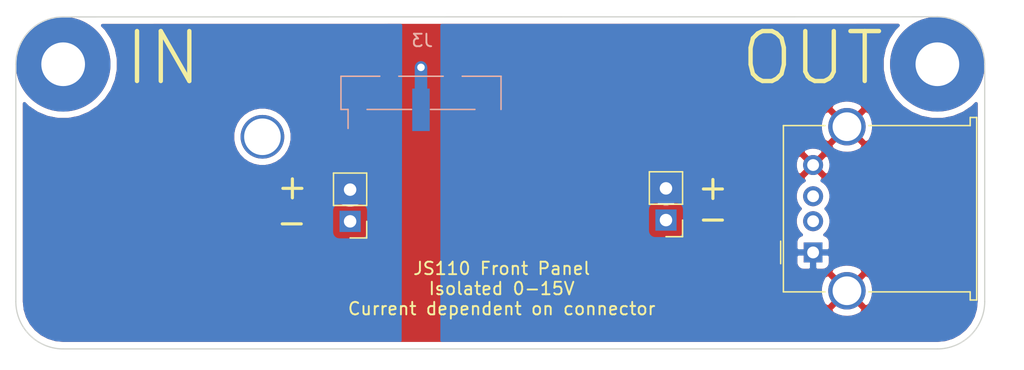
<source format=kicad_pcb>
(kicad_pcb (version 20171130) (host pcbnew "(5.1.7)-1")

  (general
    (thickness 1.6)
    (drawings 8)
    (tracks 2)
    (zones 0)
    (modules 4)
    (nets 4)
  )

  (page A4)
  (layers
    (0 F.Cu signal)
    (31 B.Cu signal)
    (32 B.Adhes user)
    (33 F.Adhes user)
    (34 B.Paste user)
    (35 F.Paste user)
    (36 B.SilkS user)
    (37 F.SilkS user)
    (38 B.Mask user)
    (39 F.Mask user)
    (40 Dwgs.User user)
    (41 Cmts.User user)
    (42 Eco1.User user)
    (43 Eco2.User user hide)
    (44 Edge.Cuts user)
    (45 Margin user)
    (46 B.CrtYd user)
    (47 F.CrtYd user)
    (48 B.Fab user)
    (49 F.Fab user)
  )

  (setup
    (last_trace_width 0.25)
    (trace_clearance 0.2)
    (zone_clearance 0.508)
    (zone_45_only no)
    (trace_min 0.2)
    (via_size 0.8)
    (via_drill 0.4)
    (via_min_size 0.4)
    (via_min_drill 0.3)
    (uvia_size 0.3)
    (uvia_drill 0.1)
    (uvias_allowed no)
    (uvia_min_size 0.2)
    (uvia_min_drill 0.1)
    (edge_width 0.05)
    (segment_width 0.2)
    (pcb_text_width 0.3)
    (pcb_text_size 1.5 1.5)
    (mod_edge_width 0.12)
    (mod_text_size 1 1)
    (mod_text_width 0.15)
    (pad_size 3 3)
    (pad_drill 1.52)
    (pad_to_mask_clearance 0.051)
    (solder_mask_min_width 0.25)
    (aux_axis_origin 0 0)
    (visible_elements 7FFFFFFF)
    (pcbplotparams
      (layerselection 0x350fc_ffffffff)
      (usegerberextensions false)
      (usegerberattributes false)
      (usegerberadvancedattributes false)
      (creategerberjobfile false)
      (excludeedgelayer true)
      (linewidth 0.100000)
      (plotframeref false)
      (viasonmask false)
      (mode 1)
      (useauxorigin false)
      (hpglpennumber 1)
      (hpglpenspeed 20)
      (hpglpendiameter 15.000000)
      (psnegative false)
      (psa4output false)
      (plotreference true)
      (plotvalue true)
      (plotinvisibletext false)
      (padsonsilk false)
      (subtractmaskfromsilk false)
      (outputformat 1)
      (mirror false)
      (drillshape 0)
      (scaleselection 1)
      (outputdirectory "Gerbers/"))
  )

  (net 0 "")
  (net 1 EXT_OUT)
  (net 2 EXT_NEG)
  (net 3 EXT_IN)

  (net_class Default "This is the default net class."
    (clearance 0.2)
    (trace_width 0.25)
    (via_dia 0.8)
    (via_drill 0.4)
    (uvia_dia 0.3)
    (uvia_drill 0.1)
    (add_net EXT_IN)
    (add_net EXT_NEG)
    (add_net EXT_OUT)
  )

  (module JouleScopeFrontpanel_Terminal_USB:fp_baseline_FOOTPRINT_2_Mnt_Hole (layer F.Cu) (tedit 5FE3A75D) (tstamp 5FE40DFE)
    (at 150 100)
    (descr "surface-mounted straight pin header, 1x05, 2.54mm pitch, single row, style 2 (pin 1 right)")
    (tags "Surface mounted pin header SMD 1x05 2.54mm single row style2 pin1 right")
    (path /5D42E823)
    (attr smd)
    (fp_text reference J3 (at -6.25 -11.41) (layer B.SilkS)
      (effects (font (size 1 1) (thickness 0.15)) (justify mirror))
    )
    (fp_text value JS110_Joulescope (at 2.527 -0.559) (layer F.Fab)
      (effects (font (size 1 1) (thickness 0.15)))
    )
    (fp_arc (start -35.01 9.51) (end -37.3 9.51) (angle -90.2) (layer B.CrtYd) (width 0.12))
    (fp_arc (start 35 9.51) (end 35 11.8) (angle -90) (layer B.CrtYd) (width 0.12))
    (fp_arc (start 35.01 -9.51) (end 37.3 -9.51) (angle -90) (layer B.CrtYd) (width 0.12))
    (fp_arc (start -35.01 -9.51) (end -35.01 -11.8) (angle -90) (layer B.CrtYd) (width 0.12))
    (fp_arc (start 35.01 9.5) (end 35.01 13.29) (angle -90) (layer B.CrtYd) (width 0.1))
    (fp_arc (start -35.01 9.5) (end -38.8 9.5) (angle -90) (layer B.CrtYd) (width 0.1))
    (fp_arc (start 35.01 -9.52) (end 38.8 -9.52) (angle -90) (layer B.CrtYd) (width 0.1))
    (fp_arc (start -35.01 -9.51) (end -35.01 -13.3) (angle -90) (layer B.CrtYd) (width 0.1))
    (fp_arc (start 35.01 9.5) (end 35.01 13.29) (angle -90) (layer Edge.Cuts) (width 0.1))
    (fp_arc (start -35.01 9.5) (end -38.8 9.5) (angle -90) (layer Edge.Cuts) (width 0.1))
    (fp_arc (start 35.01 -9.52) (end 38.8 -9.52) (angle -90) (layer Edge.Cuts) (width 0.1))
    (fp_arc (start -35.01 -9.51) (end -35.01 -13.3) (angle -90) (layer Edge.Cuts) (width 0.1))
    (fp_text user %R (at -6.35 -7.31 -180) (layer B.Fab)
      (effects (font (size 1 1) (thickness 0.15)) (justify mirror))
    )
    (fp_line (start -37.3 -6) (end -13.205 -6) (layer B.CrtYd) (width 0.12))
    (fp_line (start -37.3 -4) (end -13.2 -4.01) (layer B.CrtYd) (width 0.12))
    (fp_line (start -13.2 -3.86) (end -13.2 -4.01) (layer B.CrtYd) (width 0.12))
    (fp_line (start 0.5 -4.01) (end 0.5 -3.86) (layer B.CrtYd) (width 0.12))
    (fp_line (start -35.002006 11.799986) (end 35 11.8) (layer B.CrtYd) (width 0.12))
    (fp_line (start -37.3 -9.51) (end -37.3 -6) (layer B.CrtYd) (width 0.12))
    (fp_line (start 35.01 -11.8) (end -35.01 -11.8) (layer B.CrtYd) (width 0.12))
    (fp_line (start 37.3 -6) (end 37.3 -9.51) (layer B.CrtYd) (width 0.12))
    (fp_line (start 37.29 9.51) (end 37.3 -4) (layer B.CrtYd) (width 0.12))
    (fp_line (start -37.3 -4) (end -37.3 9.51) (layer B.CrtYd) (width 0.12))
    (fp_line (start 0.5 -6) (end 37.3 -6) (layer B.CrtYd) (width 0.12))
    (fp_line (start 0.5 -4.01) (end 37.3 -4) (layer B.CrtYd) (width 0.12))
    (fp_line (start 38.8 9.5) (end 38.8 -9.52) (layer B.CrtYd) (width 0.1))
    (fp_line (start -35.01 13.29) (end 35.01 13.29) (layer B.CrtYd) (width 0.1))
    (fp_line (start -35.01 -13.3) (end 35.01 -13.31) (layer B.CrtYd) (width 0.1))
    (fp_line (start -38.8 -9.51) (end -38.8 9.5) (layer B.CrtYd) (width 0.1))
    (fp_line (start 38.8 9.5) (end 38.8 -9.52) (layer Edge.Cuts) (width 0.1))
    (fp_line (start -35.01 13.29) (end 35.01 13.29) (layer Edge.Cuts) (width 0.1))
    (fp_line (start -35.01 -13.3) (end 35.01 -13.31) (layer Edge.Cuts) (width 0.1))
    (fp_line (start -38.8 -9.51) (end -38.8 9.5) (layer Edge.Cuts) (width 0.1))
    (fp_line (start -13.205 -6) (end -13.2 -10.76) (layer B.CrtYd) (width 0.12))
    (fp_line (start 0.5 -3.86) (end -13.2 -3.86) (layer B.CrtYd) (width 0.12))
    (fp_line (start 0.5 -10.76) (end 0.5 -6) (layer B.CrtYd) (width 0.12))
    (fp_line (start -13.2 -10.76) (end 0.5 -10.76) (layer B.CrtYd) (width 0.12))
    (fp_line (start -3.05 -8.55) (end 0.06 -8.55) (layer B.SilkS) (width 0.12))
    (fp_line (start -8.13 -8.55) (end -4.57 -8.55) (layer B.SilkS) (width 0.12))
    (fp_line (start -0.51 -8.55) (end 0.06 -8.55) (layer B.SilkS) (width 0.12))
    (fp_line (start -12.76 -5.89) (end -12.19 -5.89) (layer B.SilkS) (width 0.12))
    (fp_line (start -12.19 -5.89) (end -12.19 -4.37) (layer B.SilkS) (width 0.12))
    (fp_line (start -12.76 -8.55) (end -9.65 -8.55) (layer B.SilkS) (width 0.12))
    (fp_line (start -5.59 -5.89) (end -2.03 -5.89) (layer B.SilkS) (width 0.12))
    (fp_line (start -10.67 -5.89) (end -7.11 -5.89) (layer B.SilkS) (width 0.12))
    (fp_line (start 0.06 -8.55) (end 0.06 -5.89) (layer B.SilkS) (width 0.12))
    (fp_line (start -12.76 -8.55) (end -12.76 -5.89) (layer B.SilkS) (width 0.12))
    (fp_line (start -0.95 -4.68) (end -0.95 -5.95) (layer B.Fab) (width 0.1))
    (fp_line (start -1.59 -4.68) (end -0.95 -4.68) (layer B.Fab) (width 0.1))
    (fp_line (start -1.59 -5.95) (end -1.59 -4.68) (layer B.Fab) (width 0.1))
    (fp_line (start -6.03 -4.68) (end -6.03 -5.95) (layer B.Fab) (width 0.1))
    (fp_line (start -6.67 -4.68) (end -6.03 -4.68) (layer B.Fab) (width 0.1))
    (fp_line (start -6.67 -5.95) (end -6.67 -4.68) (layer B.Fab) (width 0.1))
    (fp_line (start -11.11 -4.68) (end -11.11 -5.95) (layer B.Fab) (width 0.1))
    (fp_line (start -11.75 -4.68) (end -11.11 -4.68) (layer B.Fab) (width 0.1))
    (fp_line (start -11.75 -5.95) (end -11.75 -4.68) (layer B.Fab) (width 0.1))
    (fp_line (start -3.49 -9.76) (end -3.49 -8.49) (layer B.Fab) (width 0.1))
    (fp_line (start -4.13 -9.76) (end -3.49 -9.76) (layer B.Fab) (width 0.1))
    (fp_line (start -4.13 -8.49) (end -4.13 -9.76) (layer B.Fab) (width 0.1))
    (fp_line (start -8.57 -9.76) (end -8.57 -8.49) (layer B.Fab) (width 0.1))
    (fp_line (start -9.21 -9.76) (end -8.57 -9.76) (layer B.Fab) (width 0.1))
    (fp_line (start -9.21 -8.49) (end -9.21 -9.76) (layer B.Fab) (width 0.1))
    (fp_line (start -12.7 -8.49) (end 0 -8.49) (layer B.Fab) (width 0.1))
    (fp_line (start -11.75 -5.95) (end -12.7 -6.9) (layer B.Fab) (width 0.1))
    (fp_line (start 0 -5.95) (end -11.75 -5.95) (layer B.Fab) (width 0.1))
    (fp_line (start -12.7 -8.49) (end -12.7 -6.9) (layer B.Fab) (width 0.1))
    (fp_line (start 0 -5.95) (end 0 -8.49) (layer B.Fab) (width 0.1))
    (fp_poly (pts (xy -6.35 -8.81) (xy -6.85 -9.26) (xy -6.85 -5.61) (xy -5.85 -5.61)
      (xy -5.85 -9.26)) (layer B.Cu) (width 0))
    (fp_line (start -7.85 -11.5) (end -7.85 11.5) (layer B.Fab) (width 0.12))
    (fp_line (start -4.85 -11.5) (end -4.85 11.5) (layer B.Fab) (width 0.12))
    (pad "" thru_hole circle (at -19.05 -3.7) (size 3.5 3.5) (drill 2.93) (layers *.Cu))
    (pad "" thru_hole circle (at 35.01 -9.51) (size 7.58 7.58) (drill 3.5) (layers *.Cu))
    (pad "" thru_hole circle (at -35.01 -9.51) (size 7.58 7.58) (drill 3.5) (layers *.Cu))
    (pad 5 smd rect (at -1.27 -5.86 270) (size 3.4 1.4) (layers B.Cu B.Paste B.Mask)
      (net 1 EXT_OUT) (zone_connect 2))
    (pad 3 smd rect (at -6.35 -5.86 270) (size 3.4 1.4) (layers B.Cu B.Paste B.Mask)
      (net 2 EXT_NEG) (zone_connect 2))
    (pad 1 smd rect (at -11.43 -5.86 270) (size 3.4 1.4) (layers B.Cu B.Paste B.Mask)
      (net 3 EXT_IN) (zone_connect 2))
    (pad 5 smd rect (at -3.81 -8.76 270) (size 3.4 1.4) (layers B.Cu B.Paste B.Mask)
      (net 1 EXT_OUT) (zone_connect 2))
    (pad 1 smd rect (at -8.89 -8.76 270) (size 3.4 1.4) (layers B.Cu B.Paste B.Mask)
      (net 3 EXT_IN) (zone_connect 2))
    (pad 3 thru_hole circle (at -6.35 -9.26) (size 1 1) (drill 0.6) (layers *.Cu)
      (net 2 EXT_NEG) (zone_connect 2))
    (model ${KISYS3DMOD}/Connector_PinHeader_2.54mm.3dshapes/PinHeader_1x05_P2.54mm_Vertical_SMD_Pin1Right.wrl
      (offset (xyz -6.5 7.1 -1.6))
      (scale (xyz 1 1 1))
      (rotate (xyz 0 180 -90))
    )
  )

  (module Connector_USB:USB_A_Molex_67643_Horizontal (layer F.Cu) (tedit 5EA03975) (tstamp 5FE3F2AC)
    (at 175.0568 105.5624 90)
    (descr "USB type A, Horizontal, https://www.molex.com/pdm_docs/sd/676433910_sd.pdf")
    (tags "USB_A Female Connector receptacle")
    (path /5FE39D31)
    (fp_text reference J5 (at 3.5 -3.19 90) (layer F.SilkS) hide
      (effects (font (size 1 1) (thickness 0.15)))
    )
    (fp_text value USB_A (at 3.5 14.5 90) (layer F.Fab)
      (effects (font (size 1 1) (thickness 0.15)))
    )
    (fp_arc (start 10.07 2.71) (end 10.55 4.66) (angle -152.3426981) (layer F.CrtYd) (width 0.05))
    (fp_arc (start -3.07 2.71) (end -3.55 0.76) (angle -152.3426981) (layer F.CrtYd) (width 0.05))
    (fp_text user %R (at 3.5 3.7 90) (layer F.Fab)
      (effects (font (size 1 1) (thickness 0.15)))
    )
    (fp_line (start -3.05 -2.27) (end 10.05 -2.27) (layer F.Fab) (width 0.1))
    (fp_line (start 10.05 -2.27) (end 10.05 12.69) (layer F.Fab) (width 0.1))
    (fp_line (start -3.16 12.58) (end -3.16 4.47) (layer F.SilkS) (width 0.12))
    (fp_line (start -3.16 12.58) (end -3.81 12.58) (layer F.SilkS) (width 0.12))
    (fp_line (start -3.7 12.69) (end -3.7 12.99) (layer F.Fab) (width 0.1))
    (fp_line (start -3.7 12.99) (end 10.7 12.99) (layer F.Fab) (width 0.1))
    (fp_line (start 10.7 12.99) (end 10.7 12.69) (layer F.Fab) (width 0.1))
    (fp_line (start 10.7 12.69) (end 10.05 12.69) (layer F.Fab) (width 0.1))
    (fp_line (start -3.05 9.27) (end 10.05 9.27) (layer F.Fab) (width 0.1))
    (fp_line (start -3.55 -2.77) (end 10.55 -2.77) (layer F.CrtYd) (width 0.05))
    (fp_line (start 10.55 -2.77) (end 10.55 0.76) (layer F.CrtYd) (width 0.05))
    (fp_line (start -3.55 -2.77) (end -3.55 0.76) (layer F.CrtYd) (width 0.05))
    (fp_line (start -4.2 13.49) (end 11.2 13.49) (layer F.CrtYd) (width 0.05))
    (fp_line (start 11.2 13.49) (end 11.2 12.19) (layer F.CrtYd) (width 0.05))
    (fp_line (start 11.2 12.19) (end 10.55 12.19) (layer F.CrtYd) (width 0.05))
    (fp_line (start 10.55 12.19) (end 10.55 4.66) (layer F.CrtYd) (width 0.05))
    (fp_line (start -4.2 13.49) (end -4.2 12.19) (layer F.CrtYd) (width 0.05))
    (fp_line (start -4.2 12.19) (end -3.55 12.19) (layer F.CrtYd) (width 0.05))
    (fp_line (start -3.55 12.19) (end -3.55 4.66) (layer F.CrtYd) (width 0.05))
    (fp_line (start -3.16 -2.38) (end 10.16 -2.38) (layer F.SilkS) (width 0.12))
    (fp_line (start -3.16 -2.38) (end -3.16 0.95) (layer F.SilkS) (width 0.12))
    (fp_line (start 10.16 -2.38) (end 10.16 0.95) (layer F.SilkS) (width 0.12))
    (fp_line (start -3.05 12.69) (end -3.05 -2.27) (layer F.Fab) (width 0.1))
    (fp_line (start 10.81 13.1) (end 10.81 12.58) (layer F.SilkS) (width 0.12))
    (fp_line (start -3.81 13.1) (end 10.81 13.1) (layer F.SilkS) (width 0.12))
    (fp_line (start 10.16 4.47) (end 10.16 12.58) (layer F.SilkS) (width 0.12))
    (fp_line (start -3.81 12.58) (end -3.81 13.1) (layer F.SilkS) (width 0.12))
    (fp_line (start 10.81 12.58) (end 10.16 12.58) (layer F.SilkS) (width 0.12))
    (fp_line (start -3.05 12.69) (end -3.7 12.69) (layer F.Fab) (width 0.1))
    (fp_line (start -0.9 -2.6) (end 0.9 -2.6) (layer F.SilkS) (width 0.12))
    (fp_line (start -1 -2.27) (end 0 -1.27) (layer F.Fab) (width 0.1))
    (fp_line (start 0 -1.27) (end 1 -2.27) (layer F.Fab) (width 0.1))
    (pad 4 thru_hole circle (at 7 0 90) (size 1.6 1.6) (drill 0.95) (layers *.Cu *.Mask)
      (net 2 EXT_NEG))
    (pad 3 thru_hole circle (at 4.5 0 90) (size 1.6 1.6) (drill 0.95) (layers *.Cu *.Mask))
    (pad 2 thru_hole circle (at 2.5 0 90) (size 1.6 1.6) (drill 0.95) (layers *.Cu *.Mask))
    (pad 1 thru_hole rect (at 0 0 90) (size 1.6 1.5) (drill 0.95) (layers *.Cu *.Mask)
      (net 1 EXT_OUT))
    (pad 5 thru_hole circle (at 10.07 2.71 90) (size 3 3) (drill 2.3) (layers *.Cu *.Mask)
      (net 2 EXT_NEG))
    (pad 5 thru_hole circle (at -3.07 2.71 90) (size 3 3) (drill 2.3) (layers *.Cu *.Mask)
      (net 2 EXT_NEG))
    (model ${KISYS3DMOD}/Connector_USB.3dshapes/USB_A_Molex_67643_Horizontal.wrl
      (at (xyz 0 0 0))
      (scale (xyz 1 1 1))
      (rotate (xyz 0 0 0))
    )
  )

  (module Connector_PinHeader_2.54mm:PinHeader_1x02_P2.54mm_Vertical (layer F.Cu) (tedit 59FED5CC) (tstamp 5D550BA2)
    (at 137.9728 103.0732 180)
    (descr "Through hole straight pin header, 1x02, 2.54mm pitch, single row")
    (tags "Through hole pin header THT 1x02 2.54mm single row")
    (path /5D56887B)
    (zone_connect 2)
    (fp_text reference J2 (at 0 -2.33 180) (layer F.Fab)
      (effects (font (size 1 1) (thickness 0.15)))
    )
    (fp_text value PTH_2.54mm (at 0 4.87 180) (layer F.Fab)
      (effects (font (size 1 1) (thickness 0.15)))
    )
    (fp_line (start 1.8 -1.8) (end -1.8 -1.8) (layer F.CrtYd) (width 0.05))
    (fp_line (start 1.8 4.35) (end 1.8 -1.8) (layer F.CrtYd) (width 0.05))
    (fp_line (start -1.8 4.35) (end 1.8 4.35) (layer F.CrtYd) (width 0.05))
    (fp_line (start -1.8 -1.8) (end -1.8 4.35) (layer F.CrtYd) (width 0.05))
    (fp_line (start -1.33 -1.33) (end 0 -1.33) (layer F.SilkS) (width 0.12))
    (fp_line (start -1.33 0) (end -1.33 -1.33) (layer F.SilkS) (width 0.12))
    (fp_line (start -1.33 1.27) (end 1.33 1.27) (layer F.SilkS) (width 0.12))
    (fp_line (start 1.33 1.27) (end 1.33 3.87) (layer F.SilkS) (width 0.12))
    (fp_line (start -1.33 1.27) (end -1.33 3.87) (layer F.SilkS) (width 0.12))
    (fp_line (start -1.33 3.87) (end 1.33 3.87) (layer F.SilkS) (width 0.12))
    (fp_line (start -1.27 -0.635) (end -0.635 -1.27) (layer F.Fab) (width 0.1))
    (fp_line (start -1.27 3.81) (end -1.27 -0.635) (layer F.Fab) (width 0.1))
    (fp_line (start 1.27 3.81) (end -1.27 3.81) (layer F.Fab) (width 0.1))
    (fp_line (start 1.27 -1.27) (end 1.27 3.81) (layer F.Fab) (width 0.1))
    (fp_line (start -0.635 -1.27) (end 1.27 -1.27) (layer F.Fab) (width 0.1))
    (fp_text user %R (at 0 1.27 90) (layer F.Fab)
      (effects (font (size 1 1) (thickness 0.15)))
    )
    (pad 1 thru_hole rect (at 0 0 180) (size 1.7 1.7) (drill 1) (layers *.Cu *.Mask)
      (net 2 EXT_NEG) (zone_connect 2))
    (pad 2 thru_hole oval (at 0 2.54 180) (size 1.7 1.7) (drill 1) (layers *.Cu *.Mask)
      (net 3 EXT_IN) (zone_connect 2))
    (model ${KISYS3DMOD}/Connector_PinHeader_2.54mm.3dshapes/PinHeader_1x02_P2.54mm_Vertical.wrl
      (at (xyz 0 0 0))
      (scale (xyz 1 1 1))
      (rotate (xyz 0 0 0))
    )
  )

  (module Connector_PinHeader_2.54mm:PinHeader_1x02_P2.54mm_Vertical (layer F.Cu) (tedit 59FED5CC) (tstamp 5D550BB8)
    (at 163.2712 102.9716 180)
    (descr "Through hole straight pin header, 1x02, 2.54mm pitch, single row")
    (tags "Through hole pin header THT 1x02 2.54mm single row")
    (path /5D56AD55)
    (zone_connect 2)
    (fp_text reference J1 (at 0 -2.33 180) (layer F.Fab)
      (effects (font (size 1 1) (thickness 0.15)))
    )
    (fp_text value PTH_2.54mm (at 0 4.87 180) (layer F.Fab)
      (effects (font (size 1 1) (thickness 0.15)))
    )
    (fp_line (start -0.635 -1.27) (end 1.27 -1.27) (layer F.Fab) (width 0.1))
    (fp_line (start 1.27 -1.27) (end 1.27 3.81) (layer F.Fab) (width 0.1))
    (fp_line (start 1.27 3.81) (end -1.27 3.81) (layer F.Fab) (width 0.1))
    (fp_line (start -1.27 3.81) (end -1.27 -0.635) (layer F.Fab) (width 0.1))
    (fp_line (start -1.27 -0.635) (end -0.635 -1.27) (layer F.Fab) (width 0.1))
    (fp_line (start -1.33 3.87) (end 1.33 3.87) (layer F.SilkS) (width 0.12))
    (fp_line (start -1.33 1.27) (end -1.33 3.87) (layer F.SilkS) (width 0.12))
    (fp_line (start 1.33 1.27) (end 1.33 3.87) (layer F.SilkS) (width 0.12))
    (fp_line (start -1.33 1.27) (end 1.33 1.27) (layer F.SilkS) (width 0.12))
    (fp_line (start -1.33 0) (end -1.33 -1.33) (layer F.SilkS) (width 0.12))
    (fp_line (start -1.33 -1.33) (end 0 -1.33) (layer F.SilkS) (width 0.12))
    (fp_line (start -1.8 -1.8) (end -1.8 4.35) (layer F.CrtYd) (width 0.05))
    (fp_line (start -1.8 4.35) (end 1.8 4.35) (layer F.CrtYd) (width 0.05))
    (fp_line (start 1.8 4.35) (end 1.8 -1.8) (layer F.CrtYd) (width 0.05))
    (fp_line (start 1.8 -1.8) (end -1.8 -1.8) (layer F.CrtYd) (width 0.05))
    (fp_text user %R (at 0 1.27 90) (layer F.Fab)
      (effects (font (size 1 1) (thickness 0.15)))
    )
    (pad 2 thru_hole oval (at 0 2.54 180) (size 1.7 1.7) (drill 1) (layers *.Cu *.Mask)
      (net 1 EXT_OUT) (zone_connect 2))
    (pad 1 thru_hole rect (at 0 0 180) (size 1.7 1.7) (drill 1) (layers *.Cu *.Mask)
      (net 2 EXT_NEG) (zone_connect 2))
    (model ${KISYS3DMOD}/Connector_PinHeader_2.54mm.3dshapes/PinHeader_1x02_P2.54mm_Vertical.wrl
      (at (xyz 0 0 0))
      (scale (xyz 1 1 1))
      (rotate (xyz 0 0 0))
    )
  )

  (gr_text + (at 167.0304 100.33) (layer F.SilkS) (tstamp 5FE428B2)
    (effects (font (size 2 2) (thickness 0.25)))
  )
  (gr_text - (at 167.0304 102.8192) (layer F.SilkS) (tstamp 5FE4285D)
    (effects (font (size 2 2) (thickness 0.25)))
  )
  (gr_text + (at 133.35 100.2792) (layer F.SilkS) (tstamp 5D54F926)
    (effects (font (size 2 2) (thickness 0.25)))
  )
  (gr_text - (at 133.2992 103.124) (layer F.SilkS) (tstamp 5D54F928)
    (effects (font (size 2 2) (thickness 0.25)))
  )
  (gr_text "JS110 Front Panel\nIsolated 0-15V\nCurrent dependent on connector" (at 150.114 108.458) (layer F.SilkS)
    (effects (font (size 1 1) (thickness 0.15)))
  )
  (gr_text "OUT\n" (at 175 90) (layer F.SilkS) (tstamp 5D54F98F)
    (effects (font (size 4 4) (thickness 0.35)))
  )
  (gr_text IN (at 123 90) (layer F.SilkS)
    (effects (font (size 4 4) (thickness 0.35)))
  )
  (gr_text "JS110 Joulescope Front Panel\nBaseline Layout" (at 150 80) (layer Eco2.User) (tstamp 5FE42D1E)
    (effects (font (size 2.5 2.5) (thickness 0.5)))
  )

  (segment (start 175.768 96.907) (end 175.768 97.267) (width 0.25) (layer F.Cu) (net 2))
  (segment (start 143.65 94.14) (end 143.65 90.74) (width 0.25) (layer B.Cu) (net 2))

  (zone (net 0) (net_name "") (layer B.Cu) (tstamp 0) (hatch edge 0.508)
    (connect_pads (clearance 0.508))
    (min_thickness 0.254)
    (keepout (tracks not_allowed) (vias not_allowed) (copperpour not_allowed))
    (fill (arc_segments 32) (thermal_gap 0.508) (thermal_bridge_width 0.508))
    (polygon
      (pts
        (xy 145.2 114.05) (xy 142.1 114.05) (xy 142.15 86.05) (xy 145.2 86.05)
      )
    )
  )
  (zone (net 3) (net_name EXT_IN) (layer B.Cu) (tstamp 0) (hatch edge 0.508)
    (connect_pads (clearance 0.508))
    (min_thickness 0.254)
    (fill yes (arc_segments 32) (thermal_gap 0.508) (thermal_bridge_width 0.508))
    (polygon
      (pts
        (xy 142.4432 114.9604) (xy 109.9312 114.9096) (xy 109.9312 85.344) (xy 142.4432 85.344)
      )
    )
    (filled_polygon
      (pts
        (xy 141.97558 112.605) (xy 115.023504 112.605) (xy 114.387541 112.542643) (xy 113.808026 112.367677) (xy 113.273539 112.083486)
        (xy 112.804426 111.700887) (xy 112.418562 111.234457) (xy 112.130644 110.701964) (xy 111.951636 110.123682) (xy 111.885 109.489688)
        (xy 111.885 102.2232) (xy 136.484728 102.2232) (xy 136.484728 103.9232) (xy 136.496988 104.047682) (xy 136.533298 104.16738)
        (xy 136.592263 104.277694) (xy 136.671615 104.374385) (xy 136.768306 104.453737) (xy 136.87862 104.512702) (xy 136.998318 104.549012)
        (xy 137.1228 104.561272) (xy 138.8228 104.561272) (xy 138.947282 104.549012) (xy 139.06698 104.512702) (xy 139.177294 104.453737)
        (xy 139.273985 104.374385) (xy 139.353337 104.277694) (xy 139.412302 104.16738) (xy 139.448612 104.047682) (xy 139.460872 103.9232)
        (xy 139.460872 102.2232) (xy 139.448612 102.098718) (xy 139.412302 101.97902) (xy 139.353337 101.868706) (xy 139.273985 101.772015)
        (xy 139.177294 101.692663) (xy 139.06698 101.633698) (xy 138.947282 101.597388) (xy 138.8228 101.585128) (xy 137.1228 101.585128)
        (xy 136.998318 101.597388) (xy 136.87862 101.633698) (xy 136.768306 101.692663) (xy 136.671615 101.772015) (xy 136.592263 101.868706)
        (xy 136.533298 101.97902) (xy 136.496988 102.098718) (xy 136.484728 102.2232) (xy 111.885 102.2232) (xy 111.885 96.065098)
        (xy 128.565 96.065098) (xy 128.565 96.534902) (xy 128.656654 96.995679) (xy 128.83644 97.429721) (xy 129.09745 97.820349)
        (xy 129.429651 98.15255) (xy 129.820279 98.41356) (xy 130.254321 98.593346) (xy 130.715098 98.685) (xy 131.184902 98.685)
        (xy 131.645679 98.593346) (xy 132.079721 98.41356) (xy 132.470349 98.15255) (xy 132.80255 97.820349) (xy 133.06356 97.429721)
        (xy 133.243346 96.995679) (xy 133.335 96.534902) (xy 133.335 96.065098) (xy 133.243346 95.604321) (xy 133.06356 95.170279)
        (xy 132.80255 94.779651) (xy 132.470349 94.44745) (xy 132.079721 94.18644) (xy 131.645679 94.006654) (xy 131.184902 93.915)
        (xy 130.715098 93.915) (xy 130.254321 94.006654) (xy 129.820279 94.18644) (xy 129.429651 94.44745) (xy 129.09745 94.779651)
        (xy 128.83644 95.170279) (xy 128.656654 95.604321) (xy 128.565 96.065098) (xy 111.885 96.065098) (xy 111.885 93.642895)
        (xy 112.169227 93.927122) (xy 112.893976 94.411384) (xy 113.699275 94.74495) (xy 114.554176 94.915) (xy 115.425824 94.915)
        (xy 116.280725 94.74495) (xy 117.086024 94.411384) (xy 117.810773 93.927122) (xy 118.427122 93.310773) (xy 118.911384 92.586024)
        (xy 119.24495 91.780725) (xy 119.415 90.925824) (xy 119.415 90.054176) (xy 119.24495 89.199275) (xy 118.911384 88.393976)
        (xy 118.427122 87.669227) (xy 118.142444 87.384549) (xy 142.020623 87.381139)
      )
    )
  )
  (zone (net 1) (net_name EXT_OUT) (layer B.Cu) (tstamp 0) (hatch edge 0.508)
    (connect_pads (clearance 0.508))
    (min_thickness 0.254)
    (fill yes (arc_segments 32) (thermal_gap 0.508) (thermal_bridge_width 0.508))
    (polygon
      (pts
        (xy 191.9478 114.9096) (xy 144.8562 114.9096) (xy 144.7292 85.344) (xy 191.8208 85.344)
      )
    )
    (filled_polygon
      (pts
        (xy 181.572878 87.669227) (xy 181.088616 88.393976) (xy 180.75505 89.199275) (xy 180.585 90.054176) (xy 180.585 90.925824)
        (xy 180.75505 91.780725) (xy 181.088616 92.586024) (xy 181.572878 93.310773) (xy 182.189227 93.927122) (xy 182.913976 94.411384)
        (xy 183.719275 94.74495) (xy 184.574176 94.915) (xy 185.445824 94.915) (xy 186.300725 94.74495) (xy 187.106024 94.411384)
        (xy 187.830773 93.927122) (xy 188.115001 93.642894) (xy 188.115 109.466496) (xy 188.052643 110.102459) (xy 187.877677 110.681974)
        (xy 187.593486 111.216461) (xy 187.210887 111.685574) (xy 186.744457 112.071438) (xy 186.211964 112.359356) (xy 185.633682 112.538364)
        (xy 184.999688 112.605) (xy 145.327 112.605) (xy 145.327 108.422121) (xy 175.6318 108.422121) (xy 175.6318 108.842679)
        (xy 175.713847 109.255156) (xy 175.874788 109.643702) (xy 176.108437 109.993383) (xy 176.405817 110.290763) (xy 176.755498 110.524412)
        (xy 177.144044 110.685353) (xy 177.556521 110.7674) (xy 177.977079 110.7674) (xy 178.389556 110.685353) (xy 178.778102 110.524412)
        (xy 179.127783 110.290763) (xy 179.425163 109.993383) (xy 179.658812 109.643702) (xy 179.819753 109.255156) (xy 179.9018 108.842679)
        (xy 179.9018 108.422121) (xy 179.819753 108.009644) (xy 179.658812 107.621098) (xy 179.425163 107.271417) (xy 179.127783 106.974037)
        (xy 178.778102 106.740388) (xy 178.389556 106.579447) (xy 177.977079 106.4974) (xy 177.556521 106.4974) (xy 177.144044 106.579447)
        (xy 176.755498 106.740388) (xy 176.405817 106.974037) (xy 176.108437 107.271417) (xy 175.874788 107.621098) (xy 175.713847 108.009644)
        (xy 175.6318 108.422121) (xy 145.327 108.422121) (xy 145.327 106.3624) (xy 173.668728 106.3624) (xy 173.680988 106.486882)
        (xy 173.717298 106.60658) (xy 173.776263 106.716894) (xy 173.855615 106.813585) (xy 173.952306 106.892937) (xy 174.06262 106.951902)
        (xy 174.182318 106.988212) (xy 174.3068 107.000472) (xy 174.77105 106.9974) (xy 174.9298 106.83865) (xy 174.9298 105.6894)
        (xy 175.1838 105.6894) (xy 175.1838 106.83865) (xy 175.34255 106.9974) (xy 175.8068 107.000472) (xy 175.931282 106.988212)
        (xy 176.05098 106.951902) (xy 176.161294 106.892937) (xy 176.257985 106.813585) (xy 176.337337 106.716894) (xy 176.396302 106.60658)
        (xy 176.432612 106.486882) (xy 176.444872 106.3624) (xy 176.4418 105.84815) (xy 176.28305 105.6894) (xy 175.1838 105.6894)
        (xy 174.9298 105.6894) (xy 173.83055 105.6894) (xy 173.6718 105.84815) (xy 173.668728 106.3624) (xy 145.327 106.3624)
        (xy 145.327 102.1216) (xy 161.783128 102.1216) (xy 161.783128 103.8216) (xy 161.795388 103.946082) (xy 161.831698 104.06578)
        (xy 161.890663 104.176094) (xy 161.970015 104.272785) (xy 162.066706 104.352137) (xy 162.17702 104.411102) (xy 162.296718 104.447412)
        (xy 162.4212 104.459672) (xy 164.1212 104.459672) (xy 164.245682 104.447412) (xy 164.36538 104.411102) (xy 164.475694 104.352137)
        (xy 164.572385 104.272785) (xy 164.651737 104.176094) (xy 164.710702 104.06578) (xy 164.747012 103.946082) (xy 164.759272 103.8216)
        (xy 164.759272 102.1216) (xy 164.747012 101.997118) (xy 164.710702 101.87742) (xy 164.651737 101.767106) (xy 164.572385 101.670415)
        (xy 164.475694 101.591063) (xy 164.36538 101.532098) (xy 164.245682 101.495788) (xy 164.1212 101.483528) (xy 162.4212 101.483528)
        (xy 162.296718 101.495788) (xy 162.17702 101.532098) (xy 162.066706 101.591063) (xy 161.970015 101.670415) (xy 161.890663 101.767106)
        (xy 161.831698 101.87742) (xy 161.795388 101.997118) (xy 161.783128 102.1216) (xy 145.327 102.1216) (xy 145.327 98.421065)
        (xy 173.6218 98.421065) (xy 173.6218 98.703735) (xy 173.676947 98.980974) (xy 173.78512 99.242127) (xy 173.942163 99.477159)
        (xy 174.142041 99.677037) (xy 174.344627 99.8124) (xy 174.142041 99.947763) (xy 173.942163 100.147641) (xy 173.78512 100.382673)
        (xy 173.676947 100.643826) (xy 173.6218 100.921065) (xy 173.6218 101.203735) (xy 173.676947 101.480974) (xy 173.78512 101.742127)
        (xy 173.942163 101.977159) (xy 174.027404 102.0624) (xy 173.942163 102.147641) (xy 173.78512 102.382673) (xy 173.676947 102.643826)
        (xy 173.6218 102.921065) (xy 173.6218 103.203735) (xy 173.676947 103.480974) (xy 173.78512 103.742127) (xy 173.942163 103.977159)
        (xy 174.120381 104.155377) (xy 174.06262 104.172898) (xy 173.952306 104.231863) (xy 173.855615 104.311215) (xy 173.776263 104.407906)
        (xy 173.717298 104.51822) (xy 173.680988 104.637918) (xy 173.668728 104.7624) (xy 173.6718 105.27665) (xy 173.83055 105.4354)
        (xy 174.9298 105.4354) (xy 174.9298 105.4154) (xy 175.1838 105.4154) (xy 175.1838 105.4354) (xy 176.28305 105.4354)
        (xy 176.4418 105.27665) (xy 176.444872 104.7624) (xy 176.432612 104.637918) (xy 176.396302 104.51822) (xy 176.337337 104.407906)
        (xy 176.257985 104.311215) (xy 176.161294 104.231863) (xy 176.05098 104.172898) (xy 175.993219 104.155377) (xy 176.171437 103.977159)
        (xy 176.32848 103.742127) (xy 176.436653 103.480974) (xy 176.4918 103.203735) (xy 176.4918 102.921065) (xy 176.436653 102.643826)
        (xy 176.32848 102.382673) (xy 176.171437 102.147641) (xy 176.086196 102.0624) (xy 176.171437 101.977159) (xy 176.32848 101.742127)
        (xy 176.436653 101.480974) (xy 176.4918 101.203735) (xy 176.4918 100.921065) (xy 176.436653 100.643826) (xy 176.32848 100.382673)
        (xy 176.171437 100.147641) (xy 175.971559 99.947763) (xy 175.768973 99.8124) (xy 175.971559 99.677037) (xy 176.171437 99.477159)
        (xy 176.32848 99.242127) (xy 176.436653 98.980974) (xy 176.4918 98.703735) (xy 176.4918 98.421065) (xy 176.436653 98.143826)
        (xy 176.32848 97.882673) (xy 176.171437 97.647641) (xy 175.971559 97.447763) (xy 175.736527 97.29072) (xy 175.475374 97.182547)
        (xy 175.198135 97.1274) (xy 174.915465 97.1274) (xy 174.638226 97.182547) (xy 174.377073 97.29072) (xy 174.142041 97.447763)
        (xy 173.942163 97.647641) (xy 173.78512 97.882673) (xy 173.676947 98.143826) (xy 173.6218 98.421065) (xy 145.327 98.421065)
        (xy 145.327 95.282121) (xy 175.6318 95.282121) (xy 175.6318 95.702679) (xy 175.713847 96.115156) (xy 175.874788 96.503702)
        (xy 176.108437 96.853383) (xy 176.405817 97.150763) (xy 176.755498 97.384412) (xy 177.144044 97.545353) (xy 177.556521 97.6274)
        (xy 177.977079 97.6274) (xy 178.389556 97.545353) (xy 178.778102 97.384412) (xy 179.127783 97.150763) (xy 179.425163 96.853383)
        (xy 179.658812 96.503702) (xy 179.819753 96.115156) (xy 179.9018 95.702679) (xy 179.9018 95.282121) (xy 179.819753 94.869644)
        (xy 179.658812 94.481098) (xy 179.425163 94.131417) (xy 179.127783 93.834037) (xy 178.778102 93.600388) (xy 178.389556 93.439447)
        (xy 177.977079 93.3574) (xy 177.556521 93.3574) (xy 177.144044 93.439447) (xy 176.755498 93.600388) (xy 176.405817 93.834037)
        (xy 176.108437 94.131417) (xy 175.874788 94.481098) (xy 175.713847 94.869644) (xy 175.6318 95.282121) (xy 145.327 95.282121)
        (xy 145.327 87.380667) (xy 181.866656 87.375449)
      )
    )
  )
  (zone (net 2) (net_name EXT_NEG) (layer F.Cu) (tstamp 0) (hatch edge 0.508)
    (connect_pads (clearance 0.508))
    (min_thickness 0.254)
    (fill yes (arc_segments 32) (thermal_gap 0.508) (thermal_bridge_width 0.508))
    (polygon
      (pts
        (xy 191.9224 114.9604) (xy 109.9312 114.9096) (xy 109.982 85.4456) (xy 191.8208 85.3948)
      )
    )
    (filled_polygon
      (pts
        (xy 181.572878 87.669227) (xy 181.088616 88.393976) (xy 180.75505 89.199275) (xy 180.585 90.054176) (xy 180.585 90.925824)
        (xy 180.75505 91.780725) (xy 181.088616 92.586024) (xy 181.572878 93.310773) (xy 182.189227 93.927122) (xy 182.913976 94.411384)
        (xy 183.719275 94.74495) (xy 184.574176 94.915) (xy 185.445824 94.915) (xy 186.300725 94.74495) (xy 187.106024 94.411384)
        (xy 187.830773 93.927122) (xy 188.115001 93.642894) (xy 188.115 109.466496) (xy 188.052643 110.102459) (xy 187.877677 110.681974)
        (xy 187.593486 111.216461) (xy 187.210887 111.685574) (xy 186.744457 112.071438) (xy 186.211964 112.359356) (xy 185.633682 112.538364)
        (xy 184.999688 112.605) (xy 115.023504 112.605) (xy 114.387541 112.542643) (xy 113.808026 112.367677) (xy 113.273539 112.083486)
        (xy 112.804426 111.700887) (xy 112.418562 111.234457) (xy 112.130644 110.701964) (xy 111.951751 110.124053) (xy 176.454752 110.124053)
        (xy 176.610762 110.439614) (xy 176.985545 110.63042) (xy 177.390351 110.744444) (xy 177.809624 110.777302) (xy 178.227251 110.727734)
        (xy 178.627183 110.597643) (xy 178.922838 110.439614) (xy 179.078848 110.124053) (xy 177.7668 108.812005) (xy 176.454752 110.124053)
        (xy 111.951751 110.124053) (xy 111.951636 110.123682) (xy 111.885 109.489688) (xy 111.885 108.675224) (xy 175.621898 108.675224)
        (xy 175.671466 109.092851) (xy 175.801557 109.492783) (xy 175.959586 109.788438) (xy 176.275147 109.944448) (xy 177.587195 108.6324)
        (xy 177.946405 108.6324) (xy 179.258453 109.944448) (xy 179.574014 109.788438) (xy 179.76482 109.413655) (xy 179.878844 109.008849)
        (xy 179.911702 108.589576) (xy 179.862134 108.171949) (xy 179.732043 107.772017) (xy 179.574014 107.476362) (xy 179.258453 107.320352)
        (xy 177.946405 108.6324) (xy 177.587195 108.6324) (xy 176.275147 107.320352) (xy 175.959586 107.476362) (xy 175.76878 107.851145)
        (xy 175.654756 108.255951) (xy 175.621898 108.675224) (xy 111.885 108.675224) (xy 111.885 107.140747) (xy 176.454752 107.140747)
        (xy 177.7668 108.452795) (xy 179.078848 107.140747) (xy 178.922838 106.825186) (xy 178.548055 106.63438) (xy 178.143249 106.520356)
        (xy 177.723976 106.487498) (xy 177.306349 106.537066) (xy 176.906417 106.667157) (xy 176.610762 106.825186) (xy 176.454752 107.140747)
        (xy 111.885 107.140747) (xy 111.885 100.38694) (xy 136.4878 100.38694) (xy 136.4878 100.67946) (xy 136.544868 100.966358)
        (xy 136.65681 101.236611) (xy 136.819325 101.479832) (xy 137.026168 101.686675) (xy 137.269389 101.84919) (xy 137.539642 101.961132)
        (xy 137.82654 102.0182) (xy 138.11906 102.0182) (xy 138.405958 101.961132) (xy 138.676211 101.84919) (xy 138.919432 101.686675)
        (xy 139.126275 101.479832) (xy 139.28879 101.236611) (xy 139.400732 100.966358) (xy 139.4578 100.67946) (xy 139.4578 100.38694)
        (xy 139.437591 100.28534) (xy 161.7862 100.28534) (xy 161.7862 100.57786) (xy 161.843268 100.864758) (xy 161.95521 101.135011)
        (xy 162.117725 101.378232) (xy 162.324568 101.585075) (xy 162.567789 101.74759) (xy 162.838042 101.859532) (xy 163.12494 101.9166)
        (xy 163.41746 101.9166) (xy 163.704358 101.859532) (xy 163.974611 101.74759) (xy 164.217832 101.585075) (xy 164.424675 101.378232)
        (xy 164.58719 101.135011) (xy 164.675808 100.921065) (xy 173.6218 100.921065) (xy 173.6218 101.203735) (xy 173.676947 101.480974)
        (xy 173.78512 101.742127) (xy 173.942163 101.977159) (xy 174.027404 102.0624) (xy 173.942163 102.147641) (xy 173.78512 102.382673)
        (xy 173.676947 102.643826) (xy 173.6218 102.921065) (xy 173.6218 103.203735) (xy 173.676947 103.480974) (xy 173.78512 103.742127)
        (xy 173.942163 103.977159) (xy 174.120381 104.155377) (xy 174.06262 104.172898) (xy 173.952306 104.231863) (xy 173.855615 104.311215)
        (xy 173.776263 104.407906) (xy 173.717298 104.51822) (xy 173.680988 104.637918) (xy 173.668728 104.7624) (xy 173.668728 106.3624)
        (xy 173.680988 106.486882) (xy 173.717298 106.60658) (xy 173.776263 106.716894) (xy 173.855615 106.813585) (xy 173.952306 106.892937)
        (xy 174.06262 106.951902) (xy 174.182318 106.988212) (xy 174.3068 107.000472) (xy 175.8068 107.000472) (xy 175.931282 106.988212)
        (xy 176.05098 106.951902) (xy 176.161294 106.892937) (xy 176.257985 106.813585) (xy 176.337337 106.716894) (xy 176.396302 106.60658)
        (xy 176.432612 106.486882) (xy 176.444872 106.3624) (xy 176.444872 104.7624) (xy 176.432612 104.637918) (xy 176.396302 104.51822)
        (xy 176.337337 104.407906) (xy 176.257985 104.311215) (xy 176.161294 104.231863) (xy 176.05098 104.172898) (xy 175.993219 104.155377)
        (xy 176.171437 103.977159) (xy 176.32848 103.742127) (xy 176.436653 103.480974) (xy 176.4918 103.203735) (xy 176.4918 102.921065)
        (xy 176.436653 102.643826) (xy 176.32848 102.382673) (xy 176.171437 102.147641) (xy 176.086196 102.0624) (xy 176.171437 101.977159)
        (xy 176.32848 101.742127) (xy 176.436653 101.480974) (xy 176.4918 101.203735) (xy 176.4918 100.921065) (xy 176.436653 100.643826)
        (xy 176.32848 100.382673) (xy 176.171437 100.147641) (xy 175.971559 99.947763) (xy 175.770931 99.813708) (xy 175.798314 99.799071)
        (xy 175.869897 99.555102) (xy 175.0568 98.742005) (xy 174.243703 99.555102) (xy 174.315286 99.799071) (xy 174.344141 99.812724)
        (xy 174.142041 99.947763) (xy 173.942163 100.147641) (xy 173.78512 100.382673) (xy 173.676947 100.643826) (xy 173.6218 100.921065)
        (xy 164.675808 100.921065) (xy 164.699132 100.864758) (xy 164.7562 100.57786) (xy 164.7562 100.28534) (xy 164.699132 99.998442)
        (xy 164.58719 99.728189) (xy 164.424675 99.484968) (xy 164.217832 99.278125) (xy 163.974611 99.11561) (xy 163.704358 99.003668)
        (xy 163.41746 98.9466) (xy 163.12494 98.9466) (xy 162.838042 99.003668) (xy 162.567789 99.11561) (xy 162.324568 99.278125)
        (xy 162.117725 99.484968) (xy 161.95521 99.728189) (xy 161.843268 99.998442) (xy 161.7862 100.28534) (xy 139.437591 100.28534)
        (xy 139.400732 100.100042) (xy 139.28879 99.829789) (xy 139.126275 99.586568) (xy 138.919432 99.379725) (xy 138.676211 99.21721)
        (xy 138.405958 99.105268) (xy 138.11906 99.0482) (xy 137.82654 99.0482) (xy 137.539642 99.105268) (xy 137.269389 99.21721)
        (xy 137.026168 99.379725) (xy 136.819325 99.586568) (xy 136.65681 99.829789) (xy 136.544868 100.100042) (xy 136.4878 100.38694)
        (xy 111.885 100.38694) (xy 111.885 96.065098) (xy 128.565 96.065098) (xy 128.565 96.534902) (xy 128.656654 96.995679)
        (xy 128.83644 97.429721) (xy 129.09745 97.820349) (xy 129.429651 98.15255) (xy 129.820279 98.41356) (xy 130.254321 98.593346)
        (xy 130.715098 98.685) (xy 131.184902 98.685) (xy 131.446766 98.632912) (xy 173.616583 98.632912) (xy 173.658013 98.91253)
        (xy 173.753197 99.178692) (xy 173.820129 99.303914) (xy 174.064098 99.375497) (xy 174.877195 98.5624) (xy 175.236405 98.5624)
        (xy 176.049502 99.375497) (xy 176.293471 99.303914) (xy 176.414371 99.048404) (xy 176.4831 98.774216) (xy 176.497017 98.491888)
        (xy 176.455587 98.21227) (xy 176.360403 97.946108) (xy 176.293471 97.820886) (xy 176.049502 97.749303) (xy 175.236405 98.5624)
        (xy 174.877195 98.5624) (xy 174.064098 97.749303) (xy 173.820129 97.820886) (xy 173.699229 98.076396) (xy 173.6305 98.350584)
        (xy 173.616583 98.632912) (xy 131.446766 98.632912) (xy 131.645679 98.593346) (xy 132.079721 98.41356) (xy 132.470349 98.15255)
        (xy 132.80255 97.820349) (xy 132.97003 97.569698) (xy 174.243703 97.569698) (xy 175.0568 98.382795) (xy 175.869897 97.569698)
        (xy 175.798314 97.325729) (xy 175.542804 97.204829) (xy 175.268616 97.1361) (xy 174.986288 97.122183) (xy 174.70667 97.163613)
        (xy 174.440508 97.258797) (xy 174.315286 97.325729) (xy 174.243703 97.569698) (xy 132.97003 97.569698) (xy 133.06356 97.429721)
        (xy 133.243346 96.995679) (xy 133.245658 96.984053) (xy 176.454752 96.984053) (xy 176.610762 97.299614) (xy 176.985545 97.49042)
        (xy 177.390351 97.604444) (xy 177.809624 97.637302) (xy 178.227251 97.587734) (xy 178.627183 97.457643) (xy 178.922838 97.299614)
        (xy 179.078848 96.984053) (xy 177.7668 95.672005) (xy 176.454752 96.984053) (xy 133.245658 96.984053) (xy 133.335 96.534902)
        (xy 133.335 96.065098) (xy 133.243346 95.604321) (xy 133.214726 95.535224) (xy 175.621898 95.535224) (xy 175.671466 95.952851)
        (xy 175.801557 96.352783) (xy 175.959586 96.648438) (xy 176.275147 96.804448) (xy 177.587195 95.4924) (xy 177.946405 95.4924)
        (xy 179.258453 96.804448) (xy 179.574014 96.648438) (xy 179.76482 96.273655) (xy 179.878844 95.868849) (xy 179.911702 95.449576)
        (xy 179.862134 95.031949) (xy 179.732043 94.632017) (xy 179.574014 94.336362) (xy 179.258453 94.180352) (xy 177.946405 95.4924)
        (xy 177.587195 95.4924) (xy 176.275147 94.180352) (xy 175.959586 94.336362) (xy 175.76878 94.711145) (xy 175.654756 95.115951)
        (xy 175.621898 95.535224) (xy 133.214726 95.535224) (xy 133.06356 95.170279) (xy 132.80255 94.779651) (xy 132.470349 94.44745)
        (xy 132.079721 94.18644) (xy 131.645679 94.006654) (xy 131.615983 94.000747) (xy 176.454752 94.000747) (xy 177.7668 95.312795)
        (xy 179.078848 94.000747) (xy 178.922838 93.685186) (xy 178.548055 93.49438) (xy 178.143249 93.380356) (xy 177.723976 93.347498)
        (xy 177.306349 93.397066) (xy 176.906417 93.527157) (xy 176.610762 93.685186) (xy 176.454752 94.000747) (xy 131.615983 94.000747)
        (xy 131.184902 93.915) (xy 130.715098 93.915) (xy 130.254321 94.006654) (xy 129.820279 94.18644) (xy 129.429651 94.44745)
        (xy 129.09745 94.779651) (xy 128.83644 95.170279) (xy 128.656654 95.604321) (xy 128.565 96.065098) (xy 111.885 96.065098)
        (xy 111.885 93.642895) (xy 112.169227 93.927122) (xy 112.893976 94.411384) (xy 113.699275 94.74495) (xy 114.554176 94.915)
        (xy 115.425824 94.915) (xy 116.280725 94.74495) (xy 117.086024 94.411384) (xy 117.810773 93.927122) (xy 118.427122 93.310773)
        (xy 118.911384 92.586024) (xy 119.24495 91.780725) (xy 119.415 90.925824) (xy 119.415 90.054176) (xy 119.24495 89.199275)
        (xy 118.911384 88.393976) (xy 118.427122 87.669227) (xy 118.142444 87.384549) (xy 181.866656 87.375449)
      )
    )
  )
)

</source>
